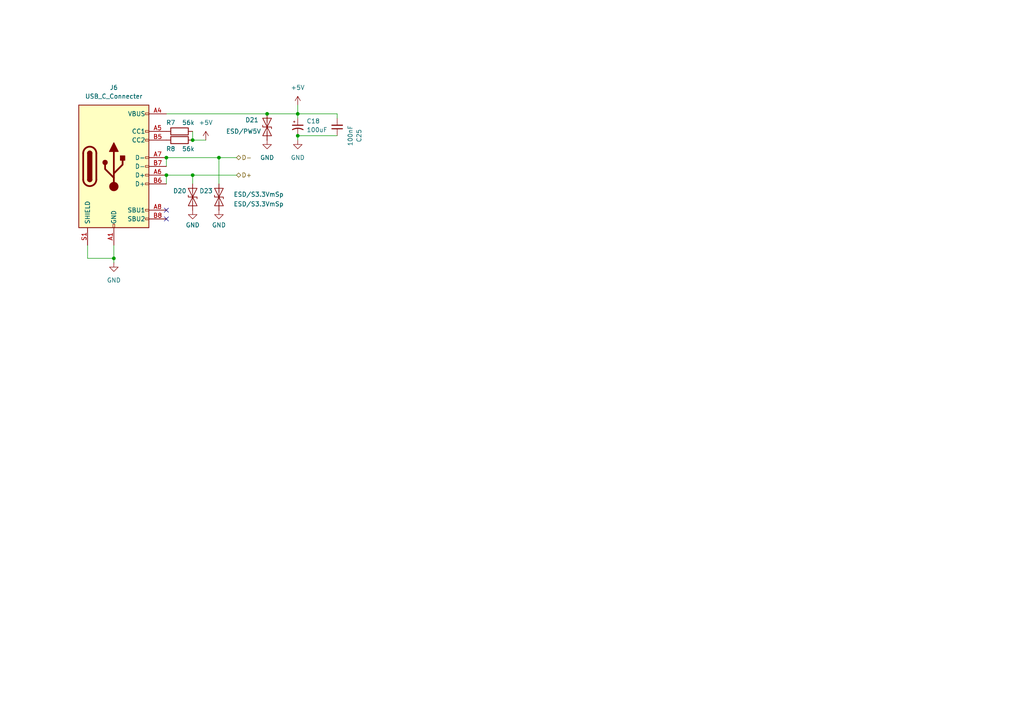
<source format=kicad_sch>
(kicad_sch (version 20250114) (generator "eeschema") (generator_version "9.0")
  (paper "A4")
  (lib_symbols
    (symbol "Connector:USB_C_Receptacle_USB2.0_16P" (pin_names (offset 1.016))
      (property "Reference" "J" (at 0 22.225 0))
      (property "Value" "USB_C_Receptacle_USB2.0_16P" (at 0 19.685 0))
      (symbol "USB_C_Receptacle_USB2.0_16P_0_0"
        (rectangle (start -0.254 -17.78) (end 0.254 -16.764))
        (rectangle (start 10.16 15.494) (end 9.144 14.986))
        (rectangle (start 10.16 10.414) (end 9.144 9.906))
        (rectangle (start 10.16 7.874) (end 9.144 7.366))
        (rectangle (start 10.16 2.794) (end 9.144 2.286))
        (rectangle (start 10.16 0.254) (end 9.144 -0.254))
        (rectangle (start 10.16 -2.286) (end 9.144 -2.794))
        (rectangle (start 10.16 -4.826) (end 9.144 -5.334))
        (rectangle (start 10.16 -12.446) (end 9.144 -12.954))
        (rectangle (start 10.16 -14.986) (end 9.144 -15.494))
      )
      (symbol "USB_C_Receptacle_USB2.0_16P_0_1"
        (rectangle (start -10.16 17.78) (end 10.16 -17.78) (stroke (width 0.254)) (fill (type background)))
        (polyline (pts (xy -8.89 -3.81) (xy -8.89 3.81)) (stroke (width 0.508)))
        (rectangle (start -7.62 -3.81) (end -6.35 3.81) (stroke (width 0.254)) (fill (type outline)))
        (arc (start -7.62 3.81) (mid -6.985 4.4423) (end -6.35 3.81) (stroke (width 0.254)))
        (arc (start -7.62 3.81) (mid -6.985 4.4423) (end -6.35 3.81) (stroke (width 0.254)) (fill (type outline)))
        (arc (start -8.89 3.81) (mid -6.985 5.7067) (end -5.08 3.81) (stroke (width 0.508)))
        (arc (start -5.08 -3.81) (mid -6.985 -5.7067) (end -8.89 -3.81) (stroke (width 0.508)))
        (arc (start -6.35 -3.81) (mid -6.985 -4.4423) (end -7.62 -3.81) (stroke (width 0.254)))
        (arc (start -6.35 -3.81) (mid -6.985 -4.4423) (end -7.62 -3.81) (stroke (width 0.254)) (fill (type outline)))
        (polyline (pts (xy -5.08 3.81) (xy -5.08 -3.81)) (stroke (width 0.508)))
        (circle (center -2.54 1.143) (radius 0.635) (stroke (width 0.254)) (fill (type outline)))
        (polyline (pts (xy -1.27 4.318) (xy 0 6.858) (xy 1.27 4.318) (xy -1.27 4.318)) (stroke (width 0.254)) (fill (type outline)))
        (polyline (pts (xy 0 -2.032) (xy 2.54 0.508) (xy 2.54 1.778)) (stroke (width 0.508)))
        (polyline (pts (xy 0 -3.302) (xy -2.54 -0.762) (xy -2.54 0.508)) (stroke (width 0.508)))
        (polyline (pts (xy 0 -5.842) (xy 0 4.318)) (stroke (width 0.508)))
        (circle (center 0 -5.842) (radius 1.27) (fill (type outline)))
        (rectangle (start 1.905 1.778) (end 3.175 3.048) (stroke (width 0.254)) (fill (type outline)))
      )
      (symbol "USB_C_Receptacle_USB2.0_16P_1_1"
        (pin passive line (at -7.62 -22.86 90) (length 5.08) (name "SHIELD") (number "S1"))
        (pin passive line (at 0 -22.86 90) (length 5.08) (name "GND") (number "A1"))
        (pin passive line (at 0 -22.86 90) (length 5.08) (hide yes) (name "GND") (number "A12"))
        (pin passive line (at 0 -22.86 90) (length 5.08) (hide yes) (name "GND") (number "B1"))
        (pin passive line (at 0 -22.86 90) (length 5.08) (hide yes) (name "GND") (number "B12"))
        (pin passive line (at 15.24 15.24 180) (length 5.08) (name "VBUS") (number "A4"))
        (pin passive line (at 15.24 15.24 180) (length 5.08) (hide yes) (name "VBUS") (number "A9"))
        (pin passive line (at 15.24 15.24 180) (length 5.08) (hide yes) (name "VBUS") (number "B4"))
        (pin passive line (at 15.24 15.24 180) (length 5.08) (hide yes) (name "VBUS") (number "B9"))
        (pin bidirectional line (at 15.24 10.16 180) (length 5.08) (name "CC1") (number "A5"))
        (pin bidirectional line (at 15.24 7.62 180) (length 5.08) (name "CC2") (number "B5"))
        (pin bidirectional line (at 15.24 2.54 180) (length 5.08) (name "D-") (number "A7"))
        (pin bidirectional line (at 15.24 0 180) (length 5.08) (name "D-") (number "B7"))
        (pin bidirectional line (at 15.24 -2.54 180) (length 5.08) (name "D+") (number "A6"))
        (pin bidirectional line (at 15.24 -5.08 180) (length 5.08) (name "D+") (number "B6"))
        (pin bidirectional line (at 15.24 -12.7 180) (length 5.08) (name "SBU1") (number "A8"))
        (pin bidirectional line (at 15.24 -15.24 180) (length 5.08) (name "SBU2") (number "B8"))
      )
    )
    (symbol "Device:C_Polarized_Small_US" (pin_numbers (hide yes)) (pin_names (offset 0.254) (hide yes))
      (property "Reference" "C" (at 0.254 1.778 0))
      (property "Value" "C_Polarized_Small_US" (at 0.254 -2.032 0))
      (symbol "C_Polarized_Small_US_0_1"
        (polyline (pts (xy -1.524 0.508) (xy 1.524 0.508)) (stroke (width 0.3048)))
        (polyline (pts (xy -1.27 1.524) (xy -0.762 1.524)))
        (polyline (pts (xy -1.016 1.27) (xy -1.016 1.778)))
        (arc (start -1.524 -0.762) (mid 0 -0.3734) (end 1.524 -0.762) (stroke (width 0.3048)))
      )
      (symbol "C_Polarized_Small_US_1_1"
        (pin passive line (at 0 2.54 270) (length 2.032) (name "~") (number "1"))
        (pin passive line (at 0 -2.54 90) (length 2.032) (name "~") (number "2"))
      )
    )
    (symbol "Device:C_Small" (pin_numbers (hide yes)) (pin_names (offset 0.254) (hide yes))
      (property "Reference" "C" (at 0.254 1.778 0))
      (property "Value" "C_Small" (at 0.254 -2.032 0))
      (symbol "C_Small_0_1"
        (polyline (pts (xy -1.524 0.508) (xy 1.524 0.508)) (stroke (width 0.3048)))
        (polyline (pts (xy -1.524 -0.508) (xy 1.524 -0.508)) (stroke (width 0.3302)))
      )
      (symbol "C_Small_1_1"
        (pin passive line (at 0 2.54 270) (length 2.032) (name "~") (number "1"))
        (pin passive line (at 0 -2.54 90) (length 2.032) (name "~") (number "2"))
      )
    )
    (symbol "Device:R" (pin_numbers (hide yes)) (pin_names (offset 0))
      (property "Reference" "R" (at 2.032 0 90))
      (property "Value" "R" (at 0 0 90))
      (symbol "R_0_1"
        (rectangle (start -1.016 -2.54) (end 1.016 2.54) (stroke (width 0.254)))
      )
      (symbol "R_1_1"
        (pin passive line (at 0 3.81 270) (length 1.27) (name "~") (number "1"))
        (pin passive line (at 0 -3.81 90) (length 1.27) (name "~") (number "2"))
      )
    )
    (symbol "Diode:ESD9B5.0ST5G" (pin_numbers (hide yes)) (pin_names (offset 1.016) (hide yes))
      (property "Reference" "D" (at 0 2.54 0))
      (property "Value" "ESD9B5.0ST5G" (at 0 -2.54 0))
      (symbol "ESD9B5.0ST5G_0_1"
        (polyline (pts (xy -2.54 -1.27) (xy 0 0) (xy -2.54 1.27) (xy -2.54 -1.27)) (stroke (width 0.2032)))
        (polyline (pts (xy 0.508 1.27) (xy 0 1.27) (xy 0 -1.27) (xy -0.508 -1.27)) (stroke (width 0.2032)))
        (polyline (pts (xy 1.27 0) (xy -1.27 0)))
        (polyline (pts (xy 2.54 1.27) (xy 2.54 -1.27) (xy 0 0) (xy 2.54 1.27)) (stroke (width 0.2032)))
      )
      (symbol "ESD9B5.0ST5G_1_1"
        (pin passive line (at -3.81 0 0) (length 2.54) (name "A1") (number "1"))
        (pin passive line (at 3.81 0 180) (length 2.54) (name "A2") (number "2"))
      )
    )
    (symbol "GND_1" (power) (pin_numbers (hide yes)) (pin_names (offset 0) (hide yes))
      (property "Value" "GND" (at 0 -3.81 0))
      (symbol "GND_1_0_1"
        (polyline (pts (xy 0 0) (xy 0 -1.27) (xy 1.27 -1.27) (xy 0 -2.54) (xy -1.27 -1.27) (xy 0 -1.27)))
      )
      (symbol "GND_1_1_1"
        (pin power_in line (at 0 0 270) (length 0) (name "~") (number "1"))
      )
    )
    (symbol "power:+5V" (power) (pin_numbers (hide yes)) (pin_names (offset 0) (hide yes))
      (property "Value" "+5V" (at 0 3.556 0))
      (symbol "+5V_0_1"
        (polyline (pts (xy -0.762 1.27) (xy 0 2.54)))
        (polyline (pts (xy 0 2.54) (xy 0.762 1.27)))
        (polyline (pts (xy 0 0) (xy 0 2.54)))
      )
      (symbol "+5V_1_1"
        (pin power_in line (at 0 0 90) (length 0) (name "~") (number "1"))
      )
    )
    (symbol "power:GND" (power) (pin_numbers (hide yes)) (pin_names (offset 0) (hide yes))
      (property "Value" "GND" (at 0 -3.81 0))
      (symbol "GND_0_1"
        (polyline (pts (xy 0 0) (xy 0 -1.27) (xy 1.27 -1.27) (xy 0 -2.54) (xy -1.27 -1.27) (xy 0 -1.27)))
      )
      (symbol "GND_1_1"
        (pin power_in line (at 0 0 270) (length 0) (name "~") (number "1"))
      )
    )
  )
  (junction (at 48.26 45.72))
  (junction (at 55.88 40.64))
  (junction (at 33.02 74.93))
  (junction (at 86.36 33.02))
  (junction (at 86.36 39.37))
  (junction (at 63.5 45.72))
  (junction (at 48.26 50.8))
  (junction (at 55.88 50.8))
  (junction (at 77.47 33.02))
  (no_connect (at 48.26 60.96))
  (no_connect (at 48.26 63.5))
  (wire (pts (xy 86.36 39.37) (xy 97.79 39.37)))
  (wire (pts (xy 33.02 76.2) (xy 33.02 74.93)))
  (wire (pts (xy 55.88 38.1) (xy 55.88 40.64)))
  (wire (pts (xy 63.5 45.72) (xy 63.5 53.34)))
  (wire (pts (xy 48.26 33.02) (xy 77.47 33.02)))
  (wire (pts (xy 86.36 39.37) (xy 86.36 40.64)))
  (wire (pts (xy 33.02 71.12) (xy 33.02 74.93)))
  (wire (pts (xy 48.26 50.8) (xy 48.26 53.34)))
  (wire (pts (xy 97.79 33.02) (xy 97.79 34.29)))
  (wire (pts (xy 63.5 45.72) (xy 68.58 45.72)))
  (wire (pts (xy 48.26 45.72) (xy 63.5 45.72)))
  (wire (pts (xy 48.26 45.72) (xy 48.26 48.26)))
  (wire (pts (xy 55.88 53.34) (xy 55.88 50.8)))
  (wire (pts (xy 55.88 50.8) (xy 68.58 50.8)))
  (wire (pts (xy 86.36 33.02) (xy 97.79 33.02)))
  (wire (pts (xy 86.36 30.48) (xy 86.36 33.02)))
  (wire (pts (xy 25.4 74.93) (xy 33.02 74.93)))
  (wire (pts (xy 48.26 50.8) (xy 55.88 50.8)))
  (wire (pts (xy 55.88 40.64) (xy 59.69 40.64)))
  (wire (pts (xy 25.4 71.12) (xy 25.4 74.93)))
  (wire (pts (xy 77.47 33.02) (xy 86.36 33.02)))
  (wire (pts (xy 86.36 34.29) (xy 86.36 33.02)))
  (hierarchical_label "D-" (shape bidirectional) (at 68.58 45.72 0))
  (hierarchical_label "D+" (shape bidirectional) (at 68.58 50.8 0))
  (symbol (lib_name "GND_1") (lib_id "power:GND") (at 77.47 40.64 0) (unit 1)
    (property "Reference" "#PWR061" (effects (hide yes)))
    (property "Value" "GND" (at 77.47 45.72 0))
    (property "Description" "Power symbol creates a global label with name \"GND\" , ground" (effects (hide yes)))
    (instances (project "usbhub_rev" (path "" (reference "#PWR061") (unit 1)) (path "" (reference "#PWR069") (unit 1)) (path "" (reference "#PWR056") (unit 1))))
  )
  (symbol (lib_name "GND_1") (lib_id "power:GND") (at 55.88 60.96 0) (unit 1)
    (property "Reference" "#PWR058" (effects (hide yes)))
    (property "Value" "GND" (at 55.88 65.278 0))
    (property "Description" "Power symbol creates a global label with name \"GND\" , ground" (effects (hide yes)))
    (instances (project "usbhub_rev" (path "" (reference "#PWR058") (unit 1)) (path "" (reference "#PWR066") (unit 1)) (path "" (reference "#PWR053") (unit 1))))
  )
  (symbol (lib_id "Device:C_Small") (at 97.79 36.83 180) (unit 1)
    (property "Reference" "C25" (at 104.14 39.37 90))
    (property "Value" "100nF" (at 101.6 39.37 90))
    (property "Footprint" "Capacitor_SMD:C_0402_1005Metric" (effects (hide yes)))
    (property "LCSC" "C1525" (effects (hide yes)))
    (instances (project "usbhub_rev" (path "" (reference "C25") (unit 1)) (path "" (reference "C27") (unit 1)) (path "" (reference "C26") (unit 1))))
  )
  (symbol (lib_id "Diode:ESD9B5.0ST5G") (at 63.5 57.15 90) (unit 1)
    (property "Reference" "D23" (at 61.722 55.372 90) (effects (justify left)))
    (property "Value" "ESD/S3.3VmSp" (at 82.296 59.182 90) (effects (justify left)))
    (property "Footprint" "EASYEDA:DFN1006-2L_L1.0-W0.6-P0.60-BI" (effects (hide yes)))
    (property "Datasheet" "https://www.onsemi.com/pub/Collateral/ESD9B-D.PDF" (effects (hide yes)))
    (property "LCSC" "C20617909" (effects (hide yes)))
    (instances (project "usbhub_rev" (path "" (reference "D23") (unit 1)) (path "" (reference "D24") (unit 1)) (path "" (reference "D18") (unit 1))))
  )
  (symbol (lib_name "GND_1") (lib_id "power:GND") (at 63.5 60.96 0) (unit 1)
    (property "Reference" "#PWR060" (effects (hide yes)))
    (property "Value" "GND" (at 63.5 65.278 0))
    (property "Description" "Power symbol creates a global label with name \"GND\" , ground" (effects (hide yes)))
    (instances (project "usbhub_rev" (path "" (reference "#PWR060") (unit 1)) (path "" (reference "#PWR068") (unit 1)) (path "" (reference "#PWR055") (unit 1))))
  )
  (symbol (lib_id "power:+5V") (at 59.69 40.64 0) (unit 1)
    (property "Reference" "#PWR036" (effects (hide yes)))
    (property "Value" "+5V" (at 59.69 35.56 0))
    (property "Description" "Power symbol creates a global label with name \"+5V\"" (effects (hide yes)))
    (instances (project "usbhub_rev" (path "" (reference "#PWR036") (unit 1)) (path "" (reference "#PWR067") (unit 1)) (path "" (reference "#PWR054") (unit 1))))
  )
  (symbol (lib_id "power:GND") (at 86.36 40.64 0) (unit 1)
    (property "Reference" "#PWR063" (effects (hide yes)))
    (property "Value" "GND" (at 86.36 45.72 0))
    (property "Description" "Power symbol creates a global label with name \"GND\" , ground" (effects (hide yes)))
    (instances (project "usbhub_rev" (path "" (reference "#PWR063") (unit 1)) (path "" (reference "#PWR071") (unit 1)) (path "" (reference "#PWR064") (unit 1))))
  )
  (symbol (lib_id "Diode:ESD9B5.0ST5G") (at 55.88 57.15 90) (unit 1)
    (property "Reference" "D20" (at 54.102 55.372 90) (effects (justify left)))
    (property "Value" "ESD/S3.3VmSp" (at 82.296 56.388 90) (effects (justify left)))
    (property "Footprint" "EASYEDA:DFN1006-2L_L1.0-W0.6-P0.60-BI" (effects (hide yes)))
    (property "Datasheet" "https://www.onsemi.com/pub/Collateral/ESD9B-D.PDF" (effects (hide yes)))
    (property "LCSC" "C20617909" (effects (hide yes)))
    (instances (project "usbhub_rev" (path "" (reference "D20") (unit 1)) (path "" (reference "D22") (unit 1)) (path "" (reference "D17") (unit 1))))
  )
  (symbol (lib_id "Device:R") (at 52.07 38.1 90) (unit 1)
    (property "Reference" "R7" (at 49.53 35.56 90))
    (property "Value" "56k" (at 54.61 35.56 90))
    (property "Footprint" "Resistor_SMD:R_0402_1005Metric" (effects (hide yes)))
    (property "LCSC" "C25796" (effects (hide yes)))
    (instances (project "usbhub_rev" (path "" (reference "R7") (unit 1)) (path "" (reference "R11") (unit 1)) (path "" (reference "R9") (unit 1))))
  )
  (symbol (lib_id "Diode:ESD9B5.0ST5G") (at 77.47 36.83 270) (unit 1)
    (property "Reference" "D21" (at 71.12 34.798 90) (effects (justify left)))
    (property "Value" "ESD/PW5V" (at 65.532 38.1 90) (effects (justify left)))
    (property "Footprint" "Diode_SMD:D_SOD-323" (effects (hide yes)))
    (property "Datasheet" "https://www.onsemi.com/pub/Collateral/ESD9B-D.PDF" (effects (hide yes)))
    (property "LCSC" "C20615807" (effects (hide yes)))
    (instances (project "usbhub_rev" (path "" (reference "D21") (unit 1)) (path "" (reference "D25") (unit 1)) (path "" (reference "D19") (unit 1))))
  )
  (symbol (lib_id "Device:C_Polarized_Small_US") (at 86.36 36.83 0) (unit 1)
    (property "Reference" "C18" (at 88.9 35.1282 0) (effects (justify left)))
    (property "Value" "100uF" (at 88.9 37.6682 0) (effects (justify left)))
    (property "Footprint" "Capacitor_SMD:C_Elec_6.3x5.4" (effects (hide yes)))
    (property "LCSC" "XXX" (effects (hide yes)))
    (instances (project "usbhub_rev" (path "" (reference "C18") (unit 1)) (path "" (reference "C20") (unit 1)) (path "" (reference "C17") (unit 1))))
  )
  (symbol (lib_name "GND_1") (lib_id "power:GND") (at 33.02 76.2 0) (unit 1)
    (property "Reference" "#PWR057" (effects (hide yes)))
    (property "Value" "GND" (at 33.02 81.28 0))
    (property "Description" "Power symbol creates a global label with name \"GND\" , ground" (effects (hide yes)))
    (instances (project "usbhub_rev" (path "" (reference "#PWR057") (unit 1)) (path "" (reference "#PWR065") (unit 1)) (path "" (reference "#PWR037") (unit 1))))
  )
  (symbol (lib_id "power:+5V") (at 86.36 30.48 0) (unit 1)
    (property "Reference" "#PWR062" (effects (hide yes)))
    (property "Value" "+5V" (at 86.36 25.4 0))
    (property "Description" "Power symbol creates a global label with name \"+5V\"" (effects (hide yes)))
    (instances (project "usbhub_rev" (path "" (reference "#PWR062") (unit 1)) (path "" (reference "#PWR070") (unit 1)) (path "" (reference "#PWR059") (unit 1))))
  )
  (symbol (lib_id "Connector:USB_C_Receptacle_USB2.0_16P") (at 33.02 48.26 0) (unit 1)
    (property "Reference" "J6" (at 33.02 25.4 0))
    (property "Value" "USB_C_Connecter" (at 33.02 27.94 0))
    (property "Footprint" "yamaneko:usbc_reflow" (effects (hide yes)))
    (property "Datasheet" "https://www.usb.org/sites/default/files/documents/usb_type-c.zip" (effects (hide yes)))
    (property "Description" "USB 2.0-only 16P Type-C Receptacle connector" (effects (hide yes)))
    (property "LCSC" "XXX" (effects (hide yes)))
    (instances (project "usbhub_rev" (path "" (reference "J6") (unit 1)) (path "" (reference "J7") (unit 1)) (path "" (reference "J5") (unit 1))))
  )
  (symbol (lib_id "Device:R") (at 52.07 40.64 90) (unit 1)
    (property "Reference" "R8" (at 49.53 43.18 90))
    (property "Value" "56k" (at 54.61 43.18 90))
    (property "Footprint" "Resistor_SMD:R_0402_1005Metric" (effects (hide yes)))
    (property "LCSC" "C25796" (effects (hide yes)))
    (instances (project "usbhub_rev" (path "" (reference "R8") (unit 1)) (path "" (reference "R12") (unit 1)) (path "" (reference "R10") (unit 1))))
  )
)
</source>
